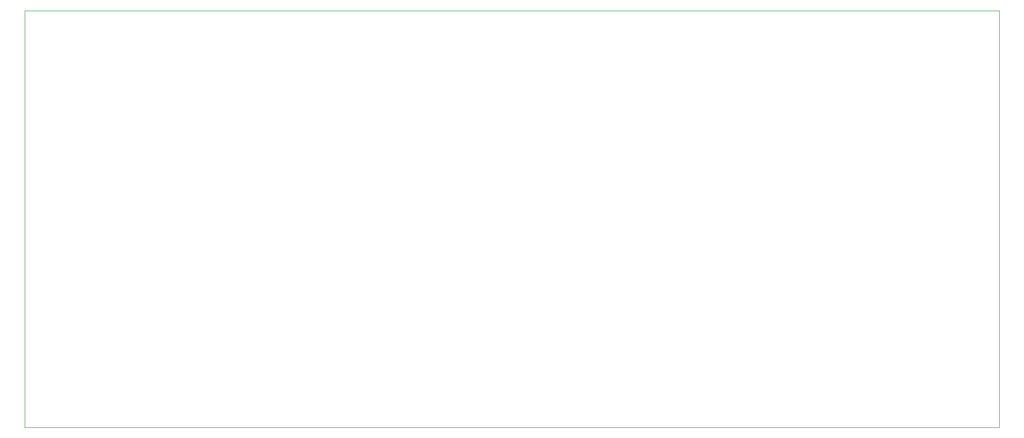
<source format=gbr>
G04 #@! TF.FileFunction,Profile,NP*
%FSLAX46Y46*%
G04 Gerber Fmt 4.6, Leading zero omitted, Abs format (unit mm)*
G04 Created by KiCad (PCBNEW no-vcs-found-undefined) date Wed Nov  9 18:10:00 2016*
%MOMM*%
%LPD*%
G01*
G04 APERTURE LIST*
%ADD10C,0.050000*%
%ADD11C,0.100000*%
G04 APERTURE END LIST*
D10*
D11*
X69977000Y-143764000D02*
X69977000Y-70866000D01*
X240157000Y-143764000D02*
X69977000Y-143764000D01*
X240157000Y-70866000D02*
X240157000Y-143764000D01*
X69977000Y-70866000D02*
X240157000Y-70866000D01*
M02*

</source>
